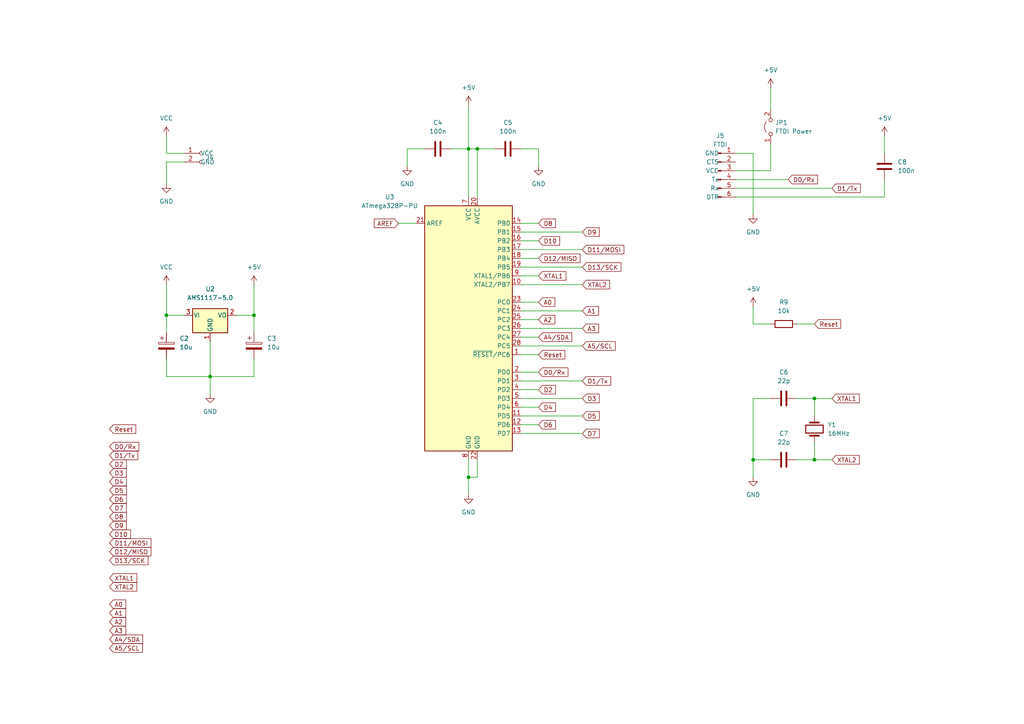
<source format=kicad_sch>
(kicad_sch (version 20231120) (generator "eeschema") (generator_version "8.0")
  (paper "A4")
  (lib_symbols
    (symbol "Device:C" (pin_numbers hide) (pin_names (offset 0.254))
      (property "Reference" "C" (at 0.635 2.54 0))
      (property "Value" "C" (at 0.635 -2.54 0))
      (symbol "C_0_1"
        (polyline (pts (xy -2.032 -0.762) (xy 2.032 -0.762)) (stroke (width 0.508)))
        (polyline (pts (xy -2.032 0.762) (xy 2.032 0.762)) (stroke (width 0.508)))
      )
      (symbol "C_1_1"
        (pin passive line (at 0 3.81 270) (length 2.794) (name "~") (number "1"))
        (pin passive line (at 0 -3.81 90) (length 2.794) (name "~") (number "2"))
      )
    )
    (symbol "Device:C_Polarized" (pin_numbers hide) (pin_names (offset 0.254))
      (property "Reference" "C" (at 0.635 2.54 0))
      (property "Value" "C_Polarized" (at 0.635 -2.54 0))
      (symbol "C_Polarized_0_1"
        (rectangle (start -2.286 0.508) (end 2.286 1.016))
        (polyline (pts (xy -1.778 2.286) (xy -0.762 2.286)))
        (polyline (pts (xy -1.27 2.794) (xy -1.27 1.778)))
        (rectangle (start 2.286 -0.508) (end -2.286 -1.016) (fill (type outline)))
      )
      (symbol "C_Polarized_1_1"
        (pin passive line (at 0 3.81 270) (length 2.794) (name "~") (number "1"))
        (pin passive line (at 0 -3.81 90) (length 2.794) (name "~") (number "2"))
      )
    )
    (symbol "Device:Crystal" (pin_numbers hide) (pin_names (offset 1.016) hide)
      (property "Reference" "Y" (at 0 3.81 0))
      (property "Value" "Crystal" (at 0 -3.81 0))
      (symbol "Crystal_0_1"
        (rectangle (start -1.143 2.54) (end 1.143 -2.54) (stroke (width 0.3048)))
        (polyline (pts (xy -2.54 0) (xy -1.905 0)))
        (polyline (pts (xy -1.905 -1.27) (xy -1.905 1.27)) (stroke (width 0.508)))
        (polyline (pts (xy 1.905 -1.27) (xy 1.905 1.27)) (stroke (width 0.508)))
        (polyline (pts (xy 2.54 0) (xy 1.905 0)))
      )
      (symbol "Crystal_1_1"
        (pin passive line (at -3.81 0 0) (length 1.27) (name "1") (number "1"))
        (pin passive line (at 3.81 0 180) (length 1.27) (name "2") (number "2"))
      )
    )
    (symbol "Device:R" (pin_numbers hide) (pin_names (offset 0))
      (property "Reference" "R" (at 2.032 0 90))
      (property "Value" "R" (at 0 0 90))
      (symbol "R_0_1"
        (rectangle (start -1.016 -2.54) (end 1.016 2.54) (stroke (width 0.254)))
      )
      (symbol "R_1_1"
        (pin passive line (at 0 3.81 270) (length 1.27) (name "~") (number "1"))
        (pin passive line (at 0 -3.81 90) (length 1.27) (name "~") (number "2"))
      )
    )
    (symbol "Jumper:Jumper_2_Open" (pin_names (offset 0) hide)
      (property "Reference" "JP" (at 0 2.794 0))
      (property "Value" "Jumper_2_Open" (at 0 -2.286 0))
      (symbol "Jumper_2_Open_0_0"
        (circle (center -2.032 0) (radius 0.508))
        (circle (center 2.032 0) (radius 0.508))
      )
      (symbol "Jumper_2_Open_0_1"
        (arc (start 1.524 1.27) (mid 0 1.778) (end -1.524 1.27))
      )
      (symbol "Jumper_2_Open_1_1"
        (pin passive line (at -5.08 0 0) (length 2.54) (name "A") (number "1"))
        (pin passive line (at 5.08 0 180) (length 2.54) (name "B") (number "2"))
      )
    )
    (symbol "My_Headers:2-pin_power_input_header" (pin_names (offset 1.016))
      (property "Reference" "J" (at 0 2.54 0))
      (symbol "2-pin_power_input_header_1_1"
        (arc (start 0 -2.032) (mid -0.5058 -2.54) (end 0 -3.048) (stroke (width 0.1524)))
        (polyline (pts (xy -1.27 -2.54) (xy -0.508 -2.54)) (stroke (width 0.1524)))
        (polyline (pts (xy -1.27 0) (xy -0.508 0)) (stroke (width 0.1524)))
        (arc (start 0 0.508) (mid -0.5058 0) (end 0 -0.508) (stroke (width 0.1524)))
        (pin power_out line (at -5.08 0 0) (length 3.81) (name "VCC") (number "1"))
        (pin power_out line (at -5.08 -2.54 0) (length 3.81) (name "GND") (number "2"))
      )
    )
    (symbol "My_Headers:6-pin_FTDI_header" (pin_names (offset 1.016))
      (property "Reference" "J" (at 0 7.62 0))
      (property "Value" "6-pin_FTDI_header" (at 0 -10.16 0))
      (symbol "6-pin_FTDI_header_1_1"
        (polyline (pts (xy 1.27 -7.62) (xy 0.8636 -7.62)) (stroke (width 0.1524)))
        (polyline (pts (xy 1.27 -5.08) (xy 0.8636 -5.08)) (stroke (width 0.1524)))
        (polyline (pts (xy 1.27 -2.54) (xy 0.8636 -2.54)) (stroke (width 0.1524)))
        (polyline (pts (xy 1.27 0) (xy 0.8636 0)) (stroke (width 0.1524)))
        (polyline (pts (xy 1.27 2.54) (xy 0.8636 2.54)) (stroke (width 0.1524)))
        (polyline (pts (xy 1.27 5.08) (xy 0.8636 5.08)) (stroke (width 0.1524)))
        (rectangle (start 0.8636 -7.493) (end 0 -7.747) (stroke (width 0.1524)) (fill (type outline)))
        (rectangle (start 0.8636 -4.953) (end 0 -5.207) (stroke (width 0.1524)) (fill (type outline)))
        (rectangle (start 0.8636 -2.413) (end 0 -2.667) (stroke (width 0.1524)) (fill (type outline)))
        (rectangle (start 0.8636 0.127) (end 0 -0.127) (stroke (width 0.1524)) (fill (type outline)))
        (rectangle (start 0.8636 2.667) (end 0 2.413) (stroke (width 0.1524)) (fill (type outline)))
        (rectangle (start 0.8636 5.207) (end 0 4.953) (stroke (width 0.1524)) (fill (type outline)))
        (pin passive line (at 5.08 5.08 180) (length 3.81) (name "GND") (number "1"))
        (pin passive line (at 5.08 2.54 180) (length 3.81) (name "CTS") (number "2"))
        (pin passive line (at 5.08 0 180) (length 3.81) (name "VCC") (number "3"))
        (pin passive line (at 5.08 -2.54 180) (length 3.81) (name "Tx") (number "4"))
        (pin passive line (at 5.08 -5.08 180) (length 3.81) (name "Rx") (number "5"))
        (pin passive line (at 5.08 -7.62 180) (length 3.81) (name "DTR") (number "6"))
      )
    )
    (symbol "My_Misc:ATmega328P-PU"
      (property "Reference" "U" (at -12.7 36.83 0))
      (property "Value" "ATmega328P-PU" (at 7.62 -36.83 0))
      (symbol "ATmega328P-PU_0_1"
        (rectangle (start -12.7 -35.56) (end 12.7 35.56) (stroke (width 0.254)) (fill (type background)))
      )
      (symbol "ATmega328P-PU_1_1"
        (pin bidirectional line (at 15.24 -7.62 180) (length 2.54) (name "~{RESET}/PC6") (number "1"))
        (pin bidirectional line (at 15.24 12.7 180) (length 2.54) (name "XTAL2/PB7") (number "10"))
        (pin bidirectional line (at 15.24 -25.4 180) (length 2.54) (name "PD5") (number "11"))
        (pin bidirectional line (at 15.24 -27.94 180) (length 2.54) (name "PD6") (number "12"))
        (pin bidirectional line (at 15.24 -30.48 180) (length 2.54) (name "PD7") (number "13"))
        (pin bidirectional line (at 15.24 30.48 180) (length 2.54) (name "PB0") (number "14"))
        (pin bidirectional line (at 15.24 27.94 180) (length 2.54) (name "PB1") (number "15"))
        (pin bidirectional line (at 15.24 25.4 180) (length 2.54) (name "PB2") (number "16"))
        (pin bidirectional line (at 15.24 22.86 180) (length 2.54) (name "PB3") (number "17"))
        (pin bidirectional line (at 15.24 20.32 180) (length 2.54) (name "PB4") (number "18"))
        (pin bidirectional line (at 15.24 17.78 180) (length 2.54) (name "PB5") (number "19"))
        (pin bidirectional line (at 15.24 -12.7 180) (length 2.54) (name "PD0") (number "2"))
        (pin power_in line (at 2.54 38.1 270) (length 2.54) (name "AVCC") (number "20"))
        (pin passive line (at -15.24 30.48 0) (length 2.54) (name "AREF") (number "21"))
        (pin passive line (at 0 -38.1 90) (length 2.54) hide (name "GND") (number "22"))
        (pin power_in line (at 2.54 -38.1 90) (length 2.54) (name "GND") (number "22"))
        (pin bidirectional line (at 15.24 7.62 180) (length 2.54) (name "PC0") (number "23"))
        (pin bidirectional line (at 15.24 5.08 180) (length 2.54) (name "PC1") (number "24"))
        (pin bidirectional line (at 15.24 2.54 180) (length 2.54) (name "PC2") (number "25"))
        (pin bidirectional line (at 15.24 0 180) (length 2.54) (name "PC3") (number "26"))
        (pin bidirectional line (at 15.24 -2.54 180) (length 2.54) (name "PC4") (number "27"))
        (pin bidirectional line (at 15.24 -5.08 180) (length 2.54) (name "PC5") (number "28"))
        (pin bidirectional line (at 15.24 -15.24 180) (length 2.54) (name "PD1") (number "3"))
        (pin bidirectional line (at 15.24 -17.78 180) (length 2.54) (name "PD2") (number "4"))
        (pin bidirectional line (at 15.24 -20.32 180) (length 2.54) (name "PD3") (number "5"))
        (pin bidirectional line (at 15.24 -22.86 180) (length 2.54) (name "PD4") (number "6"))
        (pin power_in line (at 0 38.1 270) (length 2.54) (name "VCC") (number "7"))
        (pin power_in line (at 0 -38.1 90) (length 2.54) (name "GND") (number "8"))
        (pin bidirectional line (at 15.24 15.24 180) (length 2.54) (name "XTAL1/PB6") (number "9"))
      )
    )
    (symbol "Regulator_Linear:AMS1117-5.0" (pin_names (offset 0.254))
      (property "Reference" "U" (at -3.81 3.175 0))
      (property "Value" "AMS1117-5.0" (at 0 3.175 0))
      (symbol "AMS1117-5.0_0_1"
        (rectangle (start -5.08 -5.08) (end 5.08 1.905) (stroke (width 0.254)) (fill (type background)))
      )
      (symbol "AMS1117-5.0_1_1"
        (pin power_in line (at 0 -7.62 90) (length 2.54) (name "GND") (number "1"))
        (pin power_out line (at 7.62 0 180) (length 2.54) (name "VO") (number "2"))
        (pin power_in line (at -7.62 0 0) (length 2.54) (name "VI") (number "3"))
      )
    )
    (symbol "power:+5V" (power) (pin_names (offset 0))
      (property "Value" "+5V" (at 0 3.556 0))
      (symbol "+5V_0_1"
        (polyline (pts (xy -0.762 1.27) (xy 0 2.54)))
        (polyline (pts (xy 0 0) (xy 0 2.54)))
        (polyline (pts (xy 0 2.54) (xy 0.762 1.27)))
      )
      (symbol "+5V_1_1"
        (pin power_in line (at 0 0 90) (length 0) hide (name "+5V") (number "1"))
      )
    )
    (symbol "power:GND" (power) (pin_names (offset 0))
      (property "Value" "GND" (at 0 -3.81 0))
      (symbol "GND_0_1"
        (polyline (pts (xy 0 0) (xy 0 -1.27) (xy 1.27 -1.27) (xy 0 -2.54) (xy -1.27 -1.27) (xy 0 -1.27)))
      )
      (symbol "GND_1_1"
        (pin power_in line (at 0 0 270) (length 0) hide (name "GND") (number "1"))
      )
    )
    (symbol "power:VCC" (power) (pin_names (offset 0))
      (property "Value" "VCC" (at 0 3.81 0))
      (symbol "VCC_0_1"
        (polyline (pts (xy -0.762 1.27) (xy 0 2.54)))
        (polyline (pts (xy 0 0) (xy 0 2.54)))
        (polyline (pts (xy 0 2.54) (xy 0.762 1.27)))
      )
      (symbol "VCC_1_1"
        (pin power_in line (at 0 0 90) (length 0) hide (name "VCC") (number "1"))
      )
    )
  )
  (junction (at 48.26 91.44))
  (junction (at 135.89 138.43))
  (junction (at 60.96 109.22))
  (junction (at 236.22 115.57))
  (junction (at 73.66 91.44))
  (junction (at 218.44 133.35))
  (junction (at 236.22 133.35))
  (junction (at 138.43 43.18))
  (junction (at 135.89 43.18))
  (wire (pts (xy 218.44 44.45) (xy 218.44 62.23)))
  (wire (pts (xy 48.26 109.22) (xy 48.26 104.14)))
  (wire (pts (xy 213.36 44.45) (xy 218.44 44.45)))
  (wire (pts (xy 48.26 44.45) (xy 48.26 39.37)))
  (wire (pts (xy 151.13 107.95) (xy 156.21 107.95)))
  (wire (pts (xy 151.13 115.57) (xy 168.91 115.57)))
  (wire (pts (xy 218.44 133.35) (xy 223.52 133.35)))
  (wire (pts (xy 151.13 120.65) (xy 168.91 120.65)))
  (wire (pts (xy 135.89 30.48) (xy 135.89 43.18)))
  (wire (pts (xy 68.58 91.44) (xy 73.66 91.44)))
  (wire (pts (xy 48.26 82.55) (xy 48.26 91.44)))
  (wire (pts (xy 236.22 133.35) (xy 241.3 133.35)))
  (wire (pts (xy 218.44 133.35) (xy 218.44 138.43)))
  (wire (pts (xy 138.43 133.35) (xy 138.43 138.43)))
  (wire (pts (xy 256.54 52.07) (xy 256.54 57.15)))
  (wire (pts (xy 151.13 123.19) (xy 156.21 123.19)))
  (wire (pts (xy 236.22 115.57) (xy 231.14 115.57)))
  (wire (pts (xy 151.13 102.87) (xy 156.21 102.87)))
  (wire (pts (xy 151.13 69.85) (xy 156.21 69.85)))
  (wire (pts (xy 73.66 82.55) (xy 73.66 91.44)))
  (wire (pts (xy 223.52 25.4) (xy 223.52 31.75)))
  (wire (pts (xy 60.96 99.06) (xy 60.96 109.22)))
  (wire (pts (xy 48.26 91.44) (xy 53.34 91.44)))
  (wire (pts (xy 151.13 95.25) (xy 168.91 95.25)))
  (wire (pts (xy 135.89 43.18) (xy 138.43 43.18)))
  (wire (pts (xy 231.14 93.98) (xy 236.22 93.98)))
  (wire (pts (xy 236.22 128.27) (xy 236.22 133.35)))
  (wire (pts (xy 218.44 93.98) (xy 218.44 88.9)))
  (wire (pts (xy 151.13 82.55) (xy 168.91 82.55)))
  (wire (pts (xy 151.13 118.11) (xy 156.21 118.11)))
  (wire (pts (xy 138.43 138.43) (xy 135.89 138.43)))
  (wire (pts (xy 151.13 110.49) (xy 168.91 110.49)))
  (wire (pts (xy 151.13 90.17) (xy 168.91 90.17)))
  (wire (pts (xy 236.22 133.35) (xy 231.14 133.35)))
  (wire (pts (xy 118.11 43.18) (xy 123.19 43.18)))
  (wire (pts (xy 156.21 48.26) (xy 156.21 43.18)))
  (wire (pts (xy 223.52 115.57) (xy 218.44 115.57)))
  (wire (pts (xy 73.66 104.14) (xy 73.66 109.22)))
  (wire (pts (xy 151.13 97.79) (xy 156.21 97.79)))
  (wire (pts (xy 151.13 72.39) (xy 168.91 72.39)))
  (wire (pts (xy 151.13 77.47) (xy 168.91 77.47)))
  (wire (pts (xy 156.21 43.18) (xy 151.13 43.18)))
  (wire (pts (xy 151.13 74.93) (xy 156.21 74.93)))
  (wire (pts (xy 138.43 43.18) (xy 143.51 43.18)))
  (wire (pts (xy 118.11 48.26) (xy 118.11 43.18)))
  (wire (pts (xy 151.13 67.31) (xy 168.91 67.31)))
  (wire (pts (xy 115.57 64.77) (xy 120.65 64.77)))
  (wire (pts (xy 135.89 133.35) (xy 135.89 138.43)))
  (wire (pts (xy 48.26 46.99) (xy 48.26 53.34)))
  (wire (pts (xy 236.22 120.65) (xy 236.22 115.57)))
  (wire (pts (xy 73.66 109.22) (xy 60.96 109.22)))
  (wire (pts (xy 256.54 39.37) (xy 256.54 44.45)))
  (wire (pts (xy 53.34 46.99) (xy 48.26 46.99)))
  (wire (pts (xy 151.13 80.01) (xy 156.21 80.01)))
  (wire (pts (xy 135.89 43.18) (xy 135.89 57.15)))
  (wire (pts (xy 135.89 138.43) (xy 135.89 143.51)))
  (wire (pts (xy 53.34 44.45) (xy 48.26 44.45)))
  (wire (pts (xy 213.36 52.07) (xy 228.6 52.07)))
  (wire (pts (xy 130.81 43.18) (xy 135.89 43.18)))
  (wire (pts (xy 73.66 91.44) (xy 73.66 96.52)))
  (wire (pts (xy 60.96 109.22) (xy 48.26 109.22)))
  (wire (pts (xy 60.96 109.22) (xy 60.96 114.3)))
  (wire (pts (xy 48.26 96.52) (xy 48.26 91.44)))
  (wire (pts (xy 151.13 113.03) (xy 156.21 113.03)))
  (wire (pts (xy 223.52 93.98) (xy 218.44 93.98)))
  (wire (pts (xy 151.13 64.77) (xy 156.21 64.77)))
  (wire (pts (xy 151.13 92.71) (xy 156.21 92.71)))
  (wire (pts (xy 223.52 41.91) (xy 223.52 49.53)))
  (wire (pts (xy 236.22 115.57) (xy 241.3 115.57)))
  (wire (pts (xy 138.43 57.15) (xy 138.43 43.18)))
  (wire (pts (xy 151.13 125.73) (xy 168.91 125.73)))
  (wire (pts (xy 213.36 54.61) (xy 241.3 54.61)))
  (wire (pts (xy 256.54 57.15) (xy 213.36 57.15)))
  (wire (pts (xy 213.36 49.53) (xy 223.52 49.53)))
  (wire (pts (xy 151.13 87.63) (xy 156.21 87.63)))
  (wire (pts (xy 218.44 115.57) (xy 218.44 133.35)))
  (wire (pts (xy 151.13 100.33) (xy 168.91 100.33)))
  (global_label "D11{slash}MOSI" (shape input) (at 31.75 157.48 0) (property "Intersheetrefs" "${INTERSHEET_REFS}" (effects (hide yes))))
  (global_label "D9" (shape input) (at 168.91 67.31 0) (property "Intersheetrefs" "${INTERSHEET_REFS}" (effects (hide yes))))
  (global_label "Reset" (shape input) (at 31.75 124.46 0) (property "Intersheetrefs" "${INTERSHEET_REFS}" (effects (hide yes))))
  (global_label "D6" (shape input) (at 156.21 123.19 0) (property "Intersheetrefs" "${INTERSHEET_REFS}" (effects (hide yes))))
  (global_label "D9" (shape input) (at 31.75 152.4 0) (property "Intersheetrefs" "${INTERSHEET_REFS}" (effects (hide yes))))
  (global_label "A0" (shape input) (at 31.75 175.26 0) (property "Intersheetrefs" "${INTERSHEET_REFS}" (effects (hide yes))))
  (global_label "D4" (shape input) (at 31.75 139.7 0) (property "Intersheetrefs" "${INTERSHEET_REFS}" (effects (hide yes))))
  (global_label "Reset" (shape input) (at 236.22 93.98 0) (property "Intersheetrefs" "${INTERSHEET_REFS}" (effects (hide yes))))
  (global_label "D2" (shape input) (at 156.21 113.03 0) (property "Intersheetrefs" "${INTERSHEET_REFS}" (effects (hide yes))))
  (global_label "D7" (shape input) (at 31.75 147.32 0) (property "Intersheetrefs" "${INTERSHEET_REFS}" (effects (hide yes))))
  (global_label "A5{slash}SCL" (shape input) (at 168.91 100.33 0) (property "Intersheetrefs" "${INTERSHEET_REFS}" (effects (hide yes))))
  (global_label "D11{slash}MOSI" (shape input) (at 168.91 72.39 0) (property "Intersheetrefs" "${INTERSHEET_REFS}" (effects (hide yes))))
  (global_label "XTAL2" (shape input) (at 31.75 170.18 0) (property "Intersheetrefs" "${INTERSHEET_REFS}" (effects (hide yes))))
  (global_label "A1" (shape input) (at 168.91 90.17 0) (property "Intersheetrefs" "${INTERSHEET_REFS}" (effects (hide yes))))
  (global_label "D12{slash}MISO" (shape input) (at 156.21 74.93 0) (property "Intersheetrefs" "${INTERSHEET_REFS}" (effects (hide yes))))
  (global_label "AREF" (shape input) (at 115.57 64.77 180) (property "Intersheetrefs" "${INTERSHEET_REFS}" (effects (hide yes))))
  (global_label "D3" (shape input) (at 31.75 137.16 0) (property "Intersheetrefs" "${INTERSHEET_REFS}" (effects (hide yes))))
  (global_label "D13{slash}SCK" (shape input) (at 168.91 77.47 0) (property "Intersheetrefs" "${INTERSHEET_REFS}" (effects (hide yes))))
  (global_label "XTAL2" (shape input) (at 241.3 133.35 0) (property "Intersheetrefs" "${INTERSHEET_REFS}" (effects (hide yes))))
  (global_label "D0{slash}Rx" (shape input) (at 31.75 129.54 0) (property "Intersheetrefs" "${INTERSHEET_REFS}" (effects (hide yes))))
  (global_label "D5" (shape input) (at 31.75 142.24 0) (property "Intersheetrefs" "${INTERSHEET_REFS}" (effects (hide yes))))
  (global_label "D1{slash}Tx" (shape input) (at 241.3 54.61 0) (property "Intersheetrefs" "${INTERSHEET_REFS}" (effects (hide yes))))
  (global_label "XTAL2" (shape input) (at 168.91 82.55 0) (property "Intersheetrefs" "${INTERSHEET_REFS}" (effects (hide yes))))
  (global_label "D1{slash}Tx" (shape input) (at 31.75 132.08 0) (property "Intersheetrefs" "${INTERSHEET_REFS}" (effects (hide yes))))
  (global_label "A2" (shape input) (at 31.75 180.34 0) (property "Intersheetrefs" "${INTERSHEET_REFS}" (effects (hide yes))))
  (global_label "XTAL1" (shape input) (at 241.3 115.57 0) (property "Intersheetrefs" "${INTERSHEET_REFS}" (effects (hide yes))))
  (global_label "D2" (shape input) (at 31.75 134.62 0) (property "Intersheetrefs" "${INTERSHEET_REFS}" (effects (hide yes))))
  (global_label "D10" (shape input) (at 31.75 154.94 0) (property "Intersheetrefs" "${INTERSHEET_REFS}" (effects (hide yes))))
  (global_label "A0" (shape input) (at 156.21 87.63 0) (property "Intersheetrefs" "${INTERSHEET_REFS}" (effects (hide yes))))
  (global_label "D10" (shape input) (at 156.21 69.85 0) (property "Intersheetrefs" "${INTERSHEET_REFS}" (effects (hide yes))))
  (global_label "XTAL1" (shape input) (at 156.21 80.01 0) (property "Intersheetrefs" "${INTERSHEET_REFS}" (effects (hide yes))))
  (global_label "A4{slash}SDA" (shape input) (at 31.75 185.42 0) (property "Intersheetrefs" "${INTERSHEET_REFS}" (effects (hide yes))))
  (global_label "D3" (shape input) (at 168.91 115.57 0) (property "Intersheetrefs" "${INTERSHEET_REFS}" (effects (hide yes))))
  (global_label "D0{slash}Rx" (shape input) (at 156.21 107.95 0) (property "Intersheetrefs" "${INTERSHEET_REFS}" (effects (hide yes))))
  (global_label "D7" (shape input) (at 168.91 125.73 0) (property "Intersheetrefs" "${INTERSHEET_REFS}" (effects (hide yes))))
  (global_label "Reset" (shape input) (at 156.21 102.87 0) (property "Intersheetrefs" "${INTERSHEET_REFS}" (effects (hide yes))))
  (global_label "D6" (shape input) (at 31.75 144.78 0) (property "Intersheetrefs" "${INTERSHEET_REFS}" (effects (hide yes))))
  (global_label "A3" (shape input) (at 31.75 182.88 0) (property "Intersheetrefs" "${INTERSHEET_REFS}" (effects (hide yes))))
  (global_label "D0{slash}Rx" (shape input) (at 228.6 52.07 0) (property "Intersheetrefs" "${INTERSHEET_REFS}" (effects (hide yes))))
  (global_label "D1{slash}Tx" (shape input) (at 168.91 110.49 0) (property "Intersheetrefs" "${INTERSHEET_REFS}" (effects (hide yes))))
  (global_label "D8" (shape input) (at 31.75 149.86 0) (property "Intersheetrefs" "${INTERSHEET_REFS}" (effects (hide yes))))
  (global_label "A3" (shape input) (at 168.91 95.25 0) (property "Intersheetrefs" "${INTERSHEET_REFS}" (effects (hide yes))))
  (global_label "A5{slash}SCL" (shape input) (at 31.75 187.96 0) (property "Intersheetrefs" "${INTERSHEET_REFS}" (effects (hide yes))))
  (global_label "A4{slash}SDA" (shape input) (at 156.21 97.79 0) (property "Intersheetrefs" "${INTERSHEET_REFS}" (effects (hide yes))))
  (global_label "A1" (shape input) (at 31.75 177.8 0) (property "Intersheetrefs" "${INTERSHEET_REFS}" (effects (hide yes))))
  (global_label "D13{slash}SCK" (shape input) (at 31.75 162.56 0) (property "Intersheetrefs" "${INTERSHEET_REFS}" (effects (hide yes))))
  (global_label "D4" (shape input) (at 156.21 118.11 0) (property "Intersheetrefs" "${INTERSHEET_REFS}" (effects (hide yes))))
  (global_label "D8" (shape input) (at 156.21 64.77 0) (property "Intersheetrefs" "${INTERSHEET_REFS}" (effects (hide yes))))
  (global_label "D5" (shape input) (at 168.91 120.65 0) (property "Intersheetrefs" "${INTERSHEET_REFS}" (effects (hide yes))))
  (global_label "A2" (shape input) (at 156.21 92.71 0) (property "Intersheetrefs" "${INTERSHEET_REFS}" (effects (hide yes))))
  (global_label "XTAL1" (shape input) (at 31.75 167.64 0) (property "Intersheetrefs" "${INTERSHEET_REFS}" (effects (hide yes))))
  (global_label "D12{slash}MISO" (shape input) (at 31.75 160.02 0) (property "Intersheetrefs" "${INTERSHEET_REFS}" (effects (hide yes))))
  (symbol (lib_id "power:+5V") (at 73.66 82.55 0) (unit 1)
    (property "Reference" "#PWR16" (effects (hide yes)))
    (property "Value" "+5V" (at 73.66 77.47 0))
  )
  (symbol (lib_id "Jumper:Jumper_2_Open") (at 223.52 36.83 90) (unit 1)
    (property "Reference" "JP1" (at 224.79 35.5599 90) (effects (justify right)))
    (property "Value" "FTDI Power" (at 224.79 38.0999 90) (effects (justify right)))
    (property "Footprint" "My_Parts:Jumper_1x02_P2.54mm_large" (effects (hide yes)))
  )
  (symbol (lib_id "power:+5V") (at 256.54 39.37 0) (unit 1)
    (property "Reference" "#PWR25" (effects (hide yes)))
    (property "Value" "+5V" (at 256.54 34.29 0))
  )
  (symbol (lib_id "Regulator_Linear:AMS1117-5.0") (at 60.96 91.44 0) (unit 1)
    (property "Reference" "U2" (at 60.96 83.82 0))
    (property "Value" "AMS1117-5.0" (at 60.96 86.36 0))
    (property "Footprint" "Package_TO_SOT_SMD:SOT-223-3_TabPin2" (effects (hide yes)))
    (property "Datasheet" "http://www.advanced-monolithic.com/pdf/ds1117.pdf" (effects (hide yes)))
  )
  (symbol (lib_id "power:GND") (at 218.44 138.43 0) (unit 1)
    (property "Reference" "#PWR23" (effects (hide yes)))
    (property "Value" "GND" (at 218.44 143.51 0))
  )
  (symbol (lib_id "Device:C") (at 256.54 48.26 180) (unit 1)
    (property "Reference" "C8" (at 260.35 46.9899 0) (effects (justify right)))
    (property "Value" "100n" (at 260.35 49.5299 0) (effects (justify right)))
    (property "Footprint" "My_Misc:C_Disc_D4.3mm_W1.9mm_P5.00mm_large" (effects (hide yes)))
  )
  (symbol (lib_id "power:VCC") (at 48.26 39.37 0) (unit 1)
    (property "Reference" "#PWR12" (effects (hide yes)))
    (property "Value" "VCC" (at 48.26 34.29 0))
  )
  (symbol (lib_id "My_Headers:6-pin_FTDI_header") (at 208.28 49.53 0) (unit 1)
    (property "Reference" "J5" (at 208.915 39.37 0))
    (property "Value" "FTDI" (at 208.915 41.91 0))
    (property "Footprint" "My_Headers:6-pin FTDI Programmer PinSocket large" (effects (hide yes)))
  )
  (symbol (lib_id "Device:C") (at 227.33 115.57 90) (unit 1)
    (property "Reference" "C6" (at 227.33 107.95 90))
    (property "Value" "22p" (at 227.33 110.49 90))
    (property "Footprint" "My_Misc:C_Disc_D3.0mm_W1.6mm_P2.50mm_larg" (effects (hide yes)))
  )
  (symbol (lib_id "power:VCC") (at 48.26 82.55 0) (unit 1)
    (property "Reference" "#PWR14" (effects (hide yes)))
    (property "Value" "VCC" (at 48.26 77.47 0))
  )
  (symbol (lib_id "My_Misc:ATmega328P-PU") (at 135.89 95.25 0) (unit 1)
    (property "Reference" "U3" (at 113.03 57.15 0))
    (property "Value" "ATmega328P-PU" (at 113.03 59.69 0))
    (property "Footprint" "My_Misc:DIP-28_W7.62mm_LongPads w socket" (effects (hide yes)))
    (property "Datasheet" "http://ww1.microchip.com/downloads/en/DeviceDoc/ATmega328_P%20AVR%20MCU%20with%20picoPower%20Technology%20Data%20Sheet%2040001984A.pdf" (effects (hide yes)))
  )
  (symbol (lib_id "Device:C_Polarized") (at 48.26 100.33 0) (unit 1)
    (property "Reference" "C2" (at 52.07 98.1709 0) (effects (justify left)))
    (property "Value" "10u" (at 52.07 100.7109 0) (effects (justify left)))
    (property "Footprint" "My_Misc:CP_Radial_D5.0mm_P2.00mm_larger" (effects (hide yes)))
  )
  (symbol (lib_id "power:GND") (at 218.44 62.23 0) (unit 1)
    (property "Reference" "#PWR21" (effects (hide yes)))
    (property "Value" "GND" (at 218.44 67.31 0))
  )
  (symbol (lib_id "power:+5V") (at 135.89 30.48 0) (unit 1)
    (property "Reference" "#PWR18" (effects (hide yes)))
    (property "Value" "+5V" (at 135.89 25.4 0))
  )
  (symbol (lib_id "Device:C") (at 127 43.18 270) (unit 1)
    (property "Reference" "C4" (at 127 35.56 90))
    (property "Value" "100n" (at 127 38.1 90))
    (property "Footprint" "My_Misc:C_Disc_D4.3mm_W1.9mm_P5.00mm_large" (effects (hide yes)))
  )
  (symbol (lib_id "power:GND") (at 48.26 53.34 0) (unit 1)
    (property "Reference" "#PWR13" (effects (hide yes)))
    (property "Value" "GND" (at 48.26 58.42 0))
  )
  (symbol (lib_id "Device:R") (at 227.33 93.98 90) (unit 1)
    (property "Reference" "R9" (at 227.33 87.63 90))
    (property "Value" "10k" (at 227.33 90.17 90))
    (property "Footprint" "My_Misc:R_Axial_DIN0207_L6.3mm_D2.5mm_P10.16mm_Horizontal_larger_pads" (effects (hide yes)))
  )
  (symbol (lib_id "power:GND") (at 135.89 143.51 0) (unit 1)
    (property "Reference" "#PWR19" (effects (hide yes)))
    (property "Value" "GND" (at 135.89 148.59 0))
  )
  (symbol (lib_id "power:GND") (at 60.96 114.3 0) (unit 1)
    (property "Reference" "#PWR15" (effects (hide yes)))
    (property "Value" "GND" (at 60.96 119.38 0))
  )
  (symbol (lib_id "power:GND") (at 118.11 48.26 0) (unit 1)
    (property "Reference" "#PWR17" (effects (hide yes)))
    (property "Value" "GND" (at 118.11 53.34 0))
  )
  (symbol (lib_id "power:+5V") (at 218.44 88.9 0) (unit 1)
    (property "Reference" "#PWR22" (effects (hide yes)))
    (property "Value" "+5V" (at 218.44 83.82 0))
  )
  (symbol (lib_id "power:+5V") (at 223.52 25.4 0) (unit 1)
    (property "Reference" "#PWR24" (effects (hide yes)))
    (property "Value" "+5V" (at 223.52 20.32 0))
  )
  (symbol (lib_id "power:GND") (at 156.21 48.26 0) (unit 1)
    (property "Reference" "#PWR20" (effects (hide yes)))
    (property "Value" "GND" (at 156.21 53.34 0))
  )
  (symbol (lib_id "My_Headers:2-pin_power_input_header") (at 58.42 44.45 0) (unit 1)
    (property "Reference" "J4" (at 59.69 45.7199 0) (effects (justify left)))
    (property "Value" "Power in" (effects (hide yes)))
    (property "Footprint" "My_Misc:BarrelJack_Horizontal" (effects (hide yes)))
  )
  (symbol (lib_id "Device:C") (at 227.33 133.35 90) (unit 1)
    (property "Reference" "C7" (at 227.33 125.73 90))
    (property "Value" "22p" (at 227.33 128.27 90))
    (property "Footprint" "My_Misc:C_Disc_D3.0mm_W1.6mm_P2.50mm_larg" (effects (hide yes)))
  )
  (symbol (lib_id "Device:Crystal") (at 236.22 124.46 90) (unit 1)
    (property "Reference" "Y1" (at 240.03 123.1899 90) (effects (justify right)))
    (property "Value" "16MHz" (at 240.03 125.7299 90) (effects (justify right)))
    (property "Footprint" "My_Misc:Crystal_HC49-4H_Vertical_large" (effects (hide yes)))
  )
  (symbol (lib_id "Device:C_Polarized") (at 73.66 100.33 0) (unit 1)
    (property "Reference" "C3" (at 77.47 98.1709 0) (effects (justify left)))
    (property "Value" "10u" (at 77.47 100.7109 0) (effects (justify left)))
    (property "Footprint" "My_Misc:CP_Radial_D5.0mm_P2.00mm_larger" (effects (hide yes)))
  )
  (symbol (lib_id "Device:C") (at 147.32 43.18 270) (unit 1)
    (property "Reference" "C5" (at 147.32 35.56 90))
    (property "Value" "100n" (at 147.32 38.1 90))
    (property "Footprint" "My_Misc:C_Disc_D4.3mm_W1.9mm_P5.00mm_large" (effects (hide yes)))
  )
)
</source>
